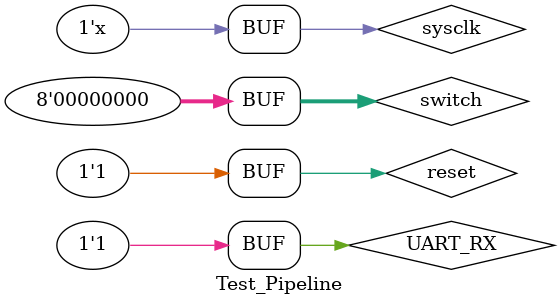
<source format=v>
module Test_Pipeline;
reg reset,sysclk;
reg UART_RX;
wire [6:0] digi1, digi2, digi3, digi4;
wire [7:0] led;
wire UART_TX;
wire [7:0] switch;
assign switch = 0;
initial 
begin    
	reset <= 1;
	#10 reset <= 0;
	#10 reset <= 1;
	sysclk <=0;
	UART_RX <= 1;
	#100000	
	UART_RX <= 0;   
	#104166 UART_RX <= 0;   
	#104166 UART_RX <= 0;  
	#104166 UART_RX <= 0;    
	#104166 UART_RX <= 1;    
	#104166 UART_RX <= 1;   
	#104166 UART_RX <= 0;    
	#104166 UART_RX <= 0;    
	#104166 UART_RX <= 0;
	#104166 UART_RX<=1;
	//24
	
	#104166 UART_RX <= 0; 
	
	#104166 UART_RX <= 0;   
	#104166 UART_RX <= 0;  
	#104166 UART_RX <= 0;    
	#104166 UART_RX <= 1;    
	#104166 UART_RX <= 1;   
	#104166 UART_RX <= 1;    
	#104166 UART_RX <= 1;    
	#104166 UART_RX <= 0;
	#104166 UART_RX<=1; 
	//120

	
end
always
begin
	#10 sysclk=~sysclk;
end
CPU ZY1(reset,sysclk, led, switch, digi1, digi2, digi3, digi4, UART_RX, UART_TX);
endmodule
</source>
